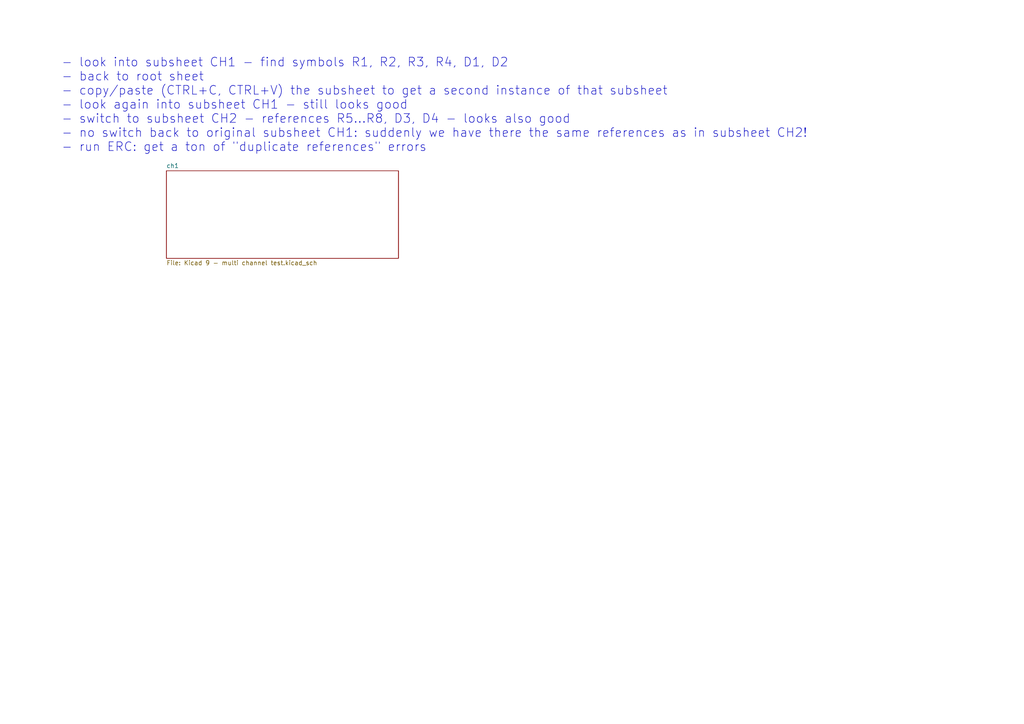
<source format=kicad_sch>
(kicad_sch
	(version 20250114)
	(generator "eeschema")
	(generator_version "9.0")
	(uuid "21e8e9f8-d4f3-4be5-903f-68da096527c8")
	(paper "A4")
	(lib_symbols)
	(text "- look into subsheet CH1 - find symbols R1, R2, R3, R4, D1, D2\n- back to root sheet\n- copy/paste (CTRL+C, CTRL+V) the subsheet to get a second instance of that subsheet\n- look again into subsheet CH1 - still looks good\n- switch to subsheet CH2 - references R5...R8, D3, D4 - looks also good\n- no switch back to original subsheet CH1: suddenly we have there the same references as in subsheet CH2!\n- run ERC: get a ton of \"duplicate references\" errors"
		(exclude_from_sim no)
		(at 17.78 30.48 0)
		(effects
			(font
				(size 2.54 2.54)
			)
			(justify left)
		)
		(uuid "8e1ac652-de72-4718-891f-f676745884c5")
	)
	(sheet
		(at 48.26 49.53)
		(size 67.31 25.4)
		(exclude_from_sim no)
		(in_bom yes)
		(on_board yes)
		(dnp no)
		(fields_autoplaced yes)
		(stroke
			(width 0.1524)
			(type solid)
		)
		(fill
			(color 0 0 0 0.0000)
		)
		(uuid "5c8e081e-c918-45c7-9d6e-0c91e6f2b219")
		(property "Sheetname" "ch1"
			(at 48.26 48.8184 0)
			(effects
				(font
					(size 1.27 1.27)
				)
				(justify left bottom)
			)
		)
		(property "Sheetfile" "Kicad 9 - multi channel test.kicad_sch"
			(at 48.26 75.5146 0)
			(effects
				(font
					(size 1.27 1.27)
				)
				(justify left top)
			)
		)
		(instances
			(project "issue20173"
				(path "/21e8e9f8-d4f3-4be5-903f-68da096527c8"
					(page "2")
				)
			)
		)
	)
	(sheet_instances
		(path "/"
			(page "1")
		)
	)
	(embedded_fonts no)
)

</source>
